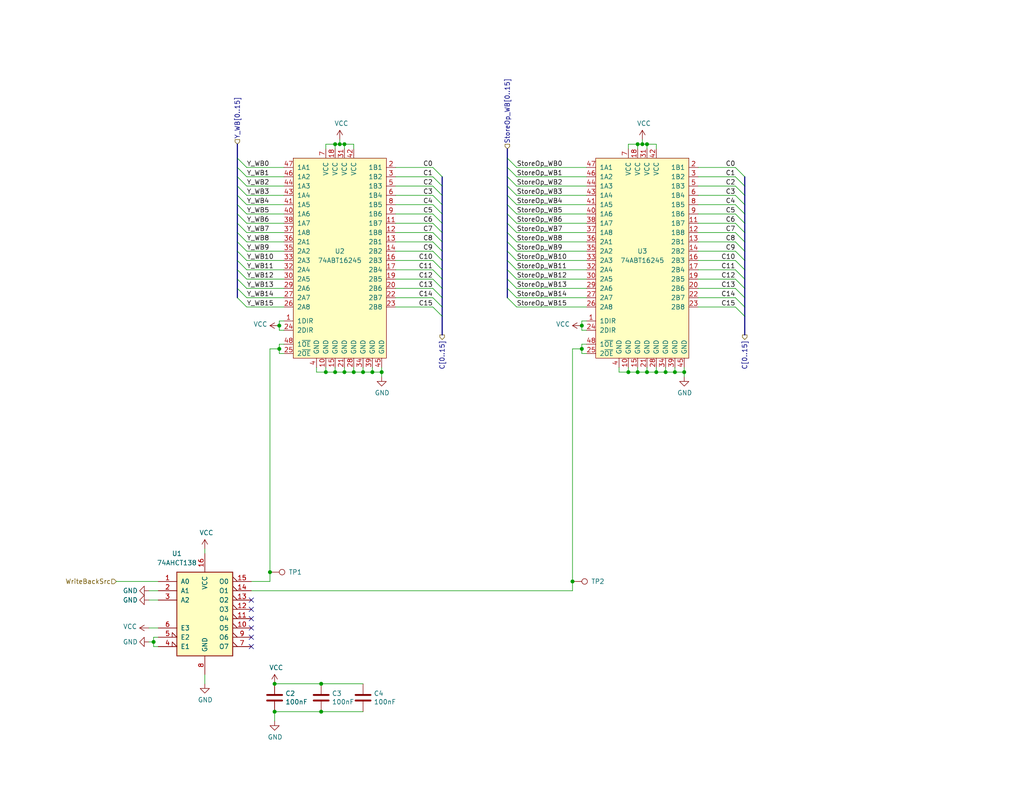
<source format=kicad_sch>
(kicad_sch (version 20230121) (generator eeschema)
  (paper "USLetter")
  (title_block (title "WB: Select Write Back Source") (date "2023-11-05") (rev "B") (comment 2 "or a byte swapped version of the latter.") (comment 3 "It can choose either the ALU result, the store operand / value loaded from peripherals,") (comment 4 "The write back stage can select one of several values to write back to the register file."))
  (lib_symbols
    (symbol "74xx (kicad5):74ABT16245_ab" (pin_names (offset 1.016))
      (property "Reference" "U" (at 0 1.27 0))
      (property "Value" "74ABT16245_ab" (at 0 -1.27 0))
      (symbol "74ABT16245_ab_0_1"
        (rectangle (start -12.7 26.67) (end 12.7 -27.94) (fill (type background)))
      )
      (symbol "74ABT16245_ab_1_1"
        (pin input line (at -15.24 -17.78 0) (length 2.54) (name "1DIR") (number "1"))
        (pin power_in line (at -3.81 -30.48 90) (length 2.54) (name "GND") (number "10"))
        (pin tri_state line (at 15.24 8.89 180) (length 2.54) (name "1B7") (number "11"))
        (pin tri_state line (at 15.24 6.35 180) (length 2.54) (name "1B8") (number "12"))
        (pin tri_state line (at 15.24 3.81 180) (length 2.54) (name "2B1") (number "13"))
        (pin tri_state line (at 15.24 1.27 180) (length 2.54) (name "2B2") (number "14"))
        (pin power_in line (at -1.27 -30.48 90) (length 2.54) (name "GND") (number "15"))
        (pin tri_state line (at 15.24 -1.27 180) (length 2.54) (name "2B3") (number "16"))
        (pin tri_state line (at 15.24 -3.81 180) (length 2.54) (name "2B4") (number "17"))
        (pin power_in line (at -1.27 29.21 270) (length 2.54) (name "VCC") (number "18"))
        (pin tri_state line (at 15.24 -6.35 180) (length 2.54) (name "2B5") (number "19"))
        (pin tri_state line (at 15.24 24.13 180) (length 2.54) (name "1B1") (number "2"))
        (pin tri_state line (at 15.24 -8.89 180) (length 2.54) (name "2B6") (number "20"))
        (pin power_in line (at 1.27 -30.48 90) (length 2.54) (name "GND") (number "21"))
        (pin tri_state line (at 15.24 -11.43 180) (length 2.54) (name "2B7") (number "22"))
        (pin tri_state line (at 15.24 -13.97 180) (length 2.54) (name "2B8") (number "23"))
        (pin input line (at -15.24 -20.32 0) (length 2.54) (name "2DIR") (number "24"))
        (pin input line (at -15.24 -26.67 0) (length 2.54) (name "2~{OE}") (number "25"))
        (pin input line (at -15.24 -13.97 0) (length 2.54) (name "2A8") (number "26"))
        (pin input line (at -15.24 -11.43 0) (length 2.54) (name "2A7") (number "27"))
        (pin power_in line (at 3.81 -30.48 90) (length 2.54) (name "GND") (number "28"))
        (pin input line (at -15.24 -8.89 0) (length 2.54) (name "2A6") (number "29"))
        (pin tri_state line (at 15.24 21.59 180) (length 2.54) (name "1B2") (number "3"))
        (pin input line (at -15.24 -6.35 0) (length 2.54) (name "2A5") (number "30"))
        (pin power_in line (at 1.27 29.21 270) (length 2.54) (name "VCC") (number "31"))
        (pin input line (at -15.24 -3.81 0) (length 2.54) (name "2A4") (number "32"))
        (pin input line (at -15.24 -1.27 0) (length 2.54) (name "2A3") (number "33"))
        (pin power_in line (at 6.35 -30.48 90) (length 2.54) (name "GND") (number "34"))
        (pin input line (at -15.24 1.27 0) (length 2.54) (name "2A2") (number "35"))
        (pin input line (at -15.24 3.81 0) (length 2.54) (name "2A1") (number "36"))
        (pin input line (at -15.24 6.35 0) (length 2.54) (name "1A8") (number "37"))
        (pin input line (at -15.24 8.89 0) (length 2.54) (name "1A7") (number "38"))
        (pin power_in line (at 8.89 -30.48 90) (length 2.54) (name "GND") (number "39"))
        (pin power_in line (at -6.35 -30.48 90) (length 2.54) (name "GND") (number "4"))
        (pin input line (at -15.24 11.43 0) (length 2.54) (name "1A6") (number "40"))
        (pin input line (at -15.24 13.97 0) (length 2.54) (name "1A5") (number "41"))
        (pin power_in line (at 3.81 29.21 270) (length 2.54) (name "VCC") (number "42"))
        (pin input line (at -15.24 16.51 0) (length 2.54) (name "1A4") (number "43"))
        (pin input line (at -15.24 19.05 0) (length 2.54) (name "1A3") (number "44"))
        (pin power_in line (at 11.43 -30.48 90) (length 2.54) (name "GND") (number "45"))
        (pin input line (at -15.24 21.59 0) (length 2.54) (name "1A2") (number "46"))
        (pin input line (at -15.24 24.13 0) (length 2.54) (name "1A1") (number "47"))
        (pin input line (at -15.24 -24.13 0) (length 2.54) (name "1~{OE}") (number "48"))
        (pin tri_state line (at 15.24 19.05 180) (length 2.54) (name "1B3") (number "5"))
        (pin tri_state line (at 15.24 16.51 180) (length 2.54) (name "1B4") (number "6"))
        (pin power_in line (at -3.81 29.21 270) (length 2.54) (name "VCC") (number "7"))
        (pin tri_state line (at 15.24 13.97 180) (length 2.54) (name "1B5") (number "8"))
        (pin tri_state line (at 15.24 11.43 180) (length 2.54) (name "1B6") (number "9"))
      )
    )
    (symbol "74xx:74LS138" (pin_names (offset 1.016))
      (property "Reference" "U" (at -7.62 11.43 0))
      (property "Value" "74LS138" (at -7.62 -13.97 0))
      (symbol "74LS138_1_0"
        (pin input line (at -12.7 7.62 0) (length 5.08) (name "A0") (number "1"))
        (pin output output_low (at 12.7 -5.08 180) (length 5.08) (name "O5") (number "10"))
        (pin output output_low (at 12.7 -2.54 180) (length 5.08) (name "O4") (number "11"))
        (pin output output_low (at 12.7 0 180) (length 5.08) (name "O3") (number "12"))
        (pin output output_low (at 12.7 2.54 180) (length 5.08) (name "O2") (number "13"))
        (pin output output_low (at 12.7 5.08 180) (length 5.08) (name "O1") (number "14"))
        (pin output output_low (at 12.7 7.62 180) (length 5.08) (name "O0") (number "15"))
        (pin power_in line (at 0 15.24 270) (length 5.08) (name "VCC") (number "16"))
        (pin input line (at -12.7 5.08 0) (length 5.08) (name "A1") (number "2"))
        (pin input line (at -12.7 2.54 0) (length 5.08) (name "A2") (number "3"))
        (pin input input_low (at -12.7 -10.16 0) (length 5.08) (name "E1") (number "4"))
        (pin input input_low (at -12.7 -7.62 0) (length 5.08) (name "E2") (number "5"))
        (pin input line (at -12.7 -5.08 0) (length 5.08) (name "E3") (number "6"))
        (pin output output_low (at 12.7 -10.16 180) (length 5.08) (name "O7") (number "7"))
        (pin power_in line (at 0 -17.78 90) (length 5.08) (name "GND") (number "8"))
        (pin output output_low (at 12.7 -7.62 180) (length 5.08) (name "O6") (number "9"))
      )
      (symbol "74LS138_1_1"
        (rectangle (start -7.62 10.16) (end 7.62 -12.7) (stroke (width 0.254)) (fill (type background)))
      )
    )
    (symbol "Connector:TestPoint" (pin_numbers hide) (pin_names (offset 0.762) hide)
      (property "Reference" "TP" (at 0 6.858 0))
      (property "Value" "TestPoint" (at 0 5.08 0))
      (symbol "TestPoint_0_1"
        (circle (center 0 3.302) (radius 0.762))
      )
      (symbol "TestPoint_1_1"
        (pin passive line (at 0 0 90) (length 2.54) (name "1") (number "1"))
      )
    )
    (symbol "Device:C" (pin_numbers hide) (pin_names (offset 0.254))
      (property "Reference" "C" (at 0.635 2.54 0))
      (property "Value" "C" (at 0.635 -2.54 0))
      (symbol "C_0_1"
        (polyline (pts (xy -2.032 -0.762) (xy 2.032 -0.762)) (stroke (width 0.508)))
        (polyline (pts (xy -2.032 0.762) (xy 2.032 0.762)) (stroke (width 0.508)))
      )
      (symbol "C_1_1"
        (pin passive line (at 0 3.81 270) (length 2.794) (name "~") (number "1"))
        (pin passive line (at 0 -3.81 90) (length 2.794) (name "~") (number "2"))
      )
    )
    (symbol "power:GND" (power) (pin_names (offset 0))
      (property "Value" "GND" (at 0 -3.81 0))
      (symbol "GND_0_1"
        (polyline (pts (xy 0 0) (xy 0 -1.27) (xy 1.27 -1.27) (xy 0 -2.54) (xy -1.27 -1.27) (xy 0 -1.27)))
      )
      (symbol "GND_1_1"
        (pin power_in line (at 0 0 270) (length 0) hide (name "GND") (number "1"))
      )
    )
    (symbol "power:VCC" (power) (pin_names (offset 0))
      (property "Value" "VCC" (at 0 3.81 0))
      (symbol "VCC_0_1"
        (polyline (pts (xy -0.762 1.27) (xy 0 2.54)))
        (polyline (pts (xy 0 0) (xy 0 2.54)))
        (polyline (pts (xy 0 2.54) (xy 0.762 1.27)))
      )
      (symbol "VCC_1_1"
        (pin power_in line (at 0 0 90) (length 0) hide (name "VCC") (number "1"))
      )
    )
  )
  (junction (at 74.93 186.69))
  (junction (at 186.69 101.6))
  (junction (at 171.45 101.6))
  (junction (at 74.93 194.31))
  (junction (at 176.53 39.37))
  (junction (at 96.52 101.6))
  (junction (at 87.63 194.31))
  (junction (at 181.61 101.6))
  (junction (at 158.75 95.25))
  (junction (at 104.14 101.6))
  (junction (at 93.98 39.37))
  (junction (at 156.21 158.75))
  (junction (at 92.71 39.37))
  (junction (at 73.66 156.21))
  (junction (at 76.2 95.25))
  (junction (at 93.98 101.6))
  (junction (at 88.9 101.6))
  (junction (at 101.6 101.6))
  (junction (at 184.15 101.6))
  (junction (at 91.44 39.37))
  (junction (at 41.91 175.26))
  (junction (at 91.44 101.6))
  (junction (at 87.63 186.69))
  (junction (at 179.07 101.6))
  (junction (at 173.99 101.6))
  (junction (at 76.2 88.9))
  (junction (at 176.53 101.6))
  (junction (at 175.26 39.37))
  (junction (at 99.06 101.6))
  (junction (at 173.99 39.37))
  (junction (at 158.75 88.9))
  (no_connect (at 68.58 166.37))
  (no_connect (at 68.58 176.53))
  (no_connect (at 68.58 171.45))
  (no_connect (at 68.58 168.91))
  (no_connect (at 68.58 163.83))
  (no_connect (at 68.58 173.99))
  (bus_entry (at 120.65 78.74) (size -2.54 -2.54))
  (bus_entry (at 203.2 50.8) (size -2.54 -2.54))
  (bus_entry (at 120.65 83.82) (size -2.54 -2.54))
  (bus_entry (at 140.97 78.74) (size -2.54 -2.54))
  (bus_entry (at 120.65 68.58) (size -2.54 -2.54))
  (bus_entry (at 140.97 55.88) (size -2.54 -2.54))
  (bus_entry (at 64.77 81.28) (size 2.54 2.54))
  (bus_entry (at 140.97 81.28) (size -2.54 -2.54))
  (bus_entry (at 140.97 63.5) (size -2.54 -2.54))
  (bus_entry (at 203.2 66.04) (size -2.54 -2.54))
  (bus_entry (at 203.2 48.26) (size -2.54 -2.54))
  (bus_entry (at 203.2 63.5) (size -2.54 -2.54))
  (bus_entry (at 203.2 73.66) (size -2.54 -2.54))
  (bus_entry (at 120.65 48.26) (size -2.54 -2.54))
  (bus_entry (at 140.97 58.42) (size -2.54 -2.54))
  (bus_entry (at 140.97 50.8) (size -2.54 -2.54))
  (bus_entry (at 64.77 73.66) (size 2.54 2.54))
  (bus_entry (at 120.65 73.66) (size -2.54 -2.54))
  (bus_entry (at 140.97 68.58) (size -2.54 -2.54))
  (bus_entry (at 140.97 45.72) (size -2.54 -2.54))
  (bus_entry (at 140.97 48.26) (size -2.54 -2.54))
  (bus_entry (at 140.97 60.96) (size -2.54 -2.54))
  (bus_entry (at 120.65 86.36) (size -2.54 -2.54))
  (bus_entry (at 140.97 73.66) (size -2.54 -2.54))
  (bus_entry (at 120.65 58.42) (size -2.54 -2.54))
  (bus_entry (at 64.77 63.5) (size 2.54 2.54))
  (bus_entry (at 64.77 76.2) (size 2.54 2.54))
  (bus_entry (at 140.97 76.2) (size -2.54 -2.54))
  (bus_entry (at 120.65 66.04) (size -2.54 -2.54))
  (bus_entry (at 203.2 81.28) (size -2.54 -2.54))
  (bus_entry (at 203.2 71.12) (size -2.54 -2.54))
  (bus_entry (at 64.77 45.72) (size 2.54 2.54))
  (bus_entry (at 203.2 68.58) (size -2.54 -2.54))
  (bus_entry (at 64.77 66.04) (size 2.54 2.54))
  (bus_entry (at 120.65 81.28) (size -2.54 -2.54))
  (bus_entry (at 203.2 78.74) (size -2.54 -2.54))
  (bus_entry (at 203.2 86.36) (size -2.54 -2.54))
  (bus_entry (at 120.65 76.2) (size -2.54 -2.54))
  (bus_entry (at 64.77 78.74) (size 2.54 2.54))
  (bus_entry (at 120.65 71.12) (size -2.54 -2.54))
  (bus_entry (at 203.2 58.42) (size -2.54 -2.54))
  (bus_entry (at 64.77 68.58) (size 2.54 2.54))
  (bus_entry (at 140.97 53.34) (size -2.54 -2.54))
  (bus_entry (at 203.2 60.96) (size -2.54 -2.54))
  (bus_entry (at 140.97 71.12) (size -2.54 -2.54))
  (bus_entry (at 140.97 66.04) (size -2.54 -2.54))
  (bus_entry (at 64.77 43.18) (size 2.54 2.54))
  (bus_entry (at 203.2 53.34) (size -2.54 -2.54))
  (bus_entry (at 64.77 60.96) (size 2.54 2.54))
  (bus_entry (at 120.65 53.34) (size -2.54 -2.54))
  (bus_entry (at 64.77 50.8) (size 2.54 2.54))
  (bus_entry (at 203.2 55.88) (size -2.54 -2.54))
  (bus_entry (at 203.2 76.2) (size -2.54 -2.54))
  (bus_entry (at 120.65 55.88) (size -2.54 -2.54))
  (bus_entry (at 64.77 71.12) (size 2.54 2.54))
  (bus_entry (at 120.65 50.8) (size -2.54 -2.54))
  (bus_entry (at 120.65 60.96) (size -2.54 -2.54))
  (bus_entry (at 64.77 55.88) (size 2.54 2.54))
  (bus_entry (at 120.65 63.5) (size -2.54 -2.54))
  (bus_entry (at 64.77 48.26) (size 2.54 2.54))
  (bus_entry (at 64.77 58.42) (size 2.54 2.54))
  (bus_entry (at 140.97 83.82) (size -2.54 -2.54))
  (bus_entry (at 203.2 83.82) (size -2.54 -2.54))
  (bus_entry (at 64.77 53.34) (size 2.54 2.54))
  (wire (pts (xy 76.2 95.25) (xy 73.66 95.25)))
  (wire (pts (xy 68.58 161.29) (xy 156.21 161.29)))
  (wire (pts (xy 140.97 48.26) (xy 160.02 48.26)))
  (wire (pts (xy 99.06 101.6) (xy 99.06 100.33)))
  (wire (pts (xy 140.97 53.34) (xy 160.02 53.34)))
  (bus (pts (xy 120.65 83.82) (xy 120.65 86.36)))
  (wire (pts (xy 140.97 73.66) (xy 160.02 73.66)))
  (bus (pts (xy 64.77 43.18) (xy 64.77 45.72)))
  (bus (pts (xy 64.77 63.5) (xy 64.77 66.04)))
  (bus (pts (xy 138.43 63.5) (xy 138.43 66.04)))
  (wire (pts (xy 91.44 101.6) (xy 93.98 101.6)))
  (wire (pts (xy 158.75 93.98) (xy 158.75 95.25)))
  (wire (pts (xy 41.91 175.26) (xy 41.91 176.53)))
  (bus (pts (xy 203.2 86.36) (xy 203.2 91.44)))
  (wire (pts (xy 171.45 39.37) (xy 173.99 39.37)))
  (wire (pts (xy 175.26 39.37) (xy 176.53 39.37)))
  (wire (pts (xy 118.11 60.96) (xy 107.95 60.96)))
  (wire (pts (xy 200.66 60.96) (xy 190.5 60.96)))
  (wire (pts (xy 200.66 66.04) (xy 190.5 66.04)))
  (wire (pts (xy 67.31 76.2) (xy 77.47 76.2)))
  (wire (pts (xy 200.66 68.58) (xy 190.5 68.58)))
  (bus (pts (xy 120.65 48.26) (xy 120.65 50.8)))
  (wire (pts (xy 67.31 81.28) (xy 77.47 81.28)))
  (wire (pts (xy 74.93 196.85) (xy 74.93 194.31)))
  (wire (pts (xy 101.6 101.6) (xy 104.14 101.6)))
  (wire (pts (xy 67.31 83.82) (xy 77.47 83.82)))
  (bus (pts (xy 203.2 53.34) (xy 203.2 55.88)))
  (wire (pts (xy 156.21 95.25) (xy 156.21 158.75)))
  (wire (pts (xy 160.02 93.98) (xy 158.75 93.98)))
  (bus (pts (xy 138.43 45.72) (xy 138.43 48.26)))
  (wire (pts (xy 118.11 58.42) (xy 107.95 58.42)))
  (wire (pts (xy 140.97 76.2) (xy 160.02 76.2)))
  (wire (pts (xy 200.66 45.72) (xy 190.5 45.72)))
  (wire (pts (xy 67.31 48.26) (xy 77.47 48.26)))
  (bus (pts (xy 138.43 78.74) (xy 138.43 81.28)))
  (bus (pts (xy 203.2 48.26) (xy 203.2 50.8)))
  (wire (pts (xy 55.88 149.86) (xy 55.88 151.13)))
  (wire (pts (xy 158.75 90.17) (xy 160.02 90.17)))
  (bus (pts (xy 64.77 50.8) (xy 64.77 53.34)))
  (wire (pts (xy 118.11 71.12) (xy 107.95 71.12)))
  (wire (pts (xy 99.06 101.6) (xy 101.6 101.6)))
  (wire (pts (xy 140.97 68.58) (xy 160.02 68.58)))
  (bus (pts (xy 64.77 78.74) (xy 64.77 81.28)))
  (wire (pts (xy 158.75 88.9) (xy 158.75 90.17)))
  (bus (pts (xy 203.2 78.74) (xy 203.2 81.28)))
  (wire (pts (xy 88.9 101.6) (xy 91.44 101.6)))
  (wire (pts (xy 67.31 66.04) (xy 77.47 66.04)))
  (wire (pts (xy 88.9 39.37) (xy 91.44 39.37)))
  (wire (pts (xy 41.91 173.99) (xy 41.91 175.26)))
  (wire (pts (xy 118.11 66.04) (xy 107.95 66.04)))
  (wire (pts (xy 101.6 101.6) (xy 101.6 100.33)))
  (wire (pts (xy 184.15 101.6) (xy 184.15 100.33)))
  (wire (pts (xy 67.31 73.66) (xy 77.47 73.66)))
  (wire (pts (xy 179.07 101.6) (xy 179.07 100.33)))
  (wire (pts (xy 158.75 95.25) (xy 156.21 95.25)))
  (bus (pts (xy 120.65 86.36) (xy 120.65 91.44)))
  (bus (pts (xy 138.43 66.04) (xy 138.43 68.58)))
  (wire (pts (xy 176.53 40.64) (xy 176.53 39.37)))
  (wire (pts (xy 91.44 39.37) (xy 92.71 39.37)))
  (bus (pts (xy 120.65 53.34) (xy 120.65 55.88)))
  (wire (pts (xy 74.93 186.69) (xy 87.63 186.69)))
  (wire (pts (xy 91.44 40.64) (xy 91.44 39.37)))
  (bus (pts (xy 203.2 60.96) (xy 203.2 63.5)))
  (wire (pts (xy 87.63 186.69) (xy 99.06 186.69)))
  (bus (pts (xy 64.77 66.04) (xy 64.77 68.58)))
  (wire (pts (xy 118.11 63.5) (xy 107.95 63.5)))
  (bus (pts (xy 203.2 68.58) (xy 203.2 71.12)))
  (wire (pts (xy 140.97 50.8) (xy 160.02 50.8)))
  (bus (pts (xy 120.65 81.28) (xy 120.65 83.82)))
  (wire (pts (xy 118.11 81.28) (xy 107.95 81.28)))
  (bus (pts (xy 203.2 55.88) (xy 203.2 58.42)))
  (bus (pts (xy 138.43 60.96) (xy 138.43 63.5)))
  (wire (pts (xy 173.99 40.64) (xy 173.99 39.37)))
  (wire (pts (xy 67.31 78.74) (xy 77.47 78.74)))
  (bus (pts (xy 120.65 73.66) (xy 120.65 76.2)))
  (bus (pts (xy 64.77 73.66) (xy 64.77 76.2)))
  (wire (pts (xy 179.07 39.37) (xy 179.07 40.64)))
  (wire (pts (xy 186.69 101.6) (xy 186.69 100.33)))
  (wire (pts (xy 67.31 63.5) (xy 77.47 63.5)))
  (wire (pts (xy 200.66 81.28) (xy 190.5 81.28)))
  (bus (pts (xy 203.2 81.28) (xy 203.2 83.82)))
  (wire (pts (xy 118.11 68.58) (xy 107.95 68.58)))
  (bus (pts (xy 138.43 53.34) (xy 138.43 55.88)))
  (wire (pts (xy 200.66 63.5) (xy 190.5 63.5)))
  (wire (pts (xy 200.66 48.26) (xy 190.5 48.26)))
  (wire (pts (xy 175.26 38.1) (xy 175.26 39.37)))
  (wire (pts (xy 67.31 50.8) (xy 77.47 50.8)))
  (bus (pts (xy 203.2 50.8) (xy 203.2 53.34)))
  (wire (pts (xy 200.66 53.34) (xy 190.5 53.34)))
  (wire (pts (xy 40.64 171.45) (xy 43.18 171.45)))
  (wire (pts (xy 73.66 156.21) (xy 73.66 158.75)))
  (wire (pts (xy 73.66 158.75) (xy 68.58 158.75)))
  (wire (pts (xy 140.97 71.12) (xy 160.02 71.12)))
  (wire (pts (xy 88.9 100.33) (xy 88.9 101.6)))
  (wire (pts (xy 181.61 101.6) (xy 181.61 100.33)))
  (bus (pts (xy 120.65 71.12) (xy 120.65 73.66)))
  (wire (pts (xy 40.64 161.29) (xy 43.18 161.29)))
  (wire (pts (xy 140.97 81.28) (xy 160.02 81.28)))
  (wire (pts (xy 140.97 60.96) (xy 160.02 60.96)))
  (wire (pts (xy 88.9 40.64) (xy 88.9 39.37)))
  (wire (pts (xy 41.91 176.53) (xy 43.18 176.53)))
  (wire (pts (xy 86.36 101.6) (xy 88.9 101.6)))
  (bus (pts (xy 120.65 55.88) (xy 120.65 58.42)))
  (wire (pts (xy 140.97 58.42) (xy 160.02 58.42)))
  (bus (pts (xy 138.43 43.18) (xy 138.43 45.72)))
  (bus (pts (xy 138.43 55.88) (xy 138.43 58.42)))
  (wire (pts (xy 118.11 50.8) (xy 107.95 50.8)))
  (bus (pts (xy 203.2 71.12) (xy 203.2 73.66)))
  (wire (pts (xy 76.2 90.17) (xy 77.47 90.17)))
  (wire (pts (xy 76.2 96.52) (xy 77.47 96.52)))
  (wire (pts (xy 77.47 87.63) (xy 76.2 87.63)))
  (wire (pts (xy 93.98 40.64) (xy 93.98 39.37)))
  (wire (pts (xy 171.45 100.33) (xy 171.45 101.6)))
  (wire (pts (xy 87.63 194.31) (xy 99.06 194.31)))
  (wire (pts (xy 156.21 158.75) (xy 156.21 161.29)))
  (wire (pts (xy 118.11 83.82) (xy 107.95 83.82)))
  (wire (pts (xy 118.11 55.88) (xy 107.95 55.88)))
  (wire (pts (xy 92.71 39.37) (xy 93.98 39.37)))
  (wire (pts (xy 43.18 173.99) (xy 41.91 173.99)))
  (wire (pts (xy 173.99 101.6) (xy 176.53 101.6)))
  (bus (pts (xy 120.65 63.5) (xy 120.65 66.04)))
  (bus (pts (xy 64.77 76.2) (xy 64.77 78.74)))
  (wire (pts (xy 73.66 95.25) (xy 73.66 156.21)))
  (wire (pts (xy 171.45 101.6) (xy 173.99 101.6)))
  (bus (pts (xy 203.2 76.2) (xy 203.2 78.74)))
  (bus (pts (xy 138.43 68.58) (xy 138.43 71.12)))
  (wire (pts (xy 200.66 55.88) (xy 190.5 55.88)))
  (wire (pts (xy 200.66 78.74) (xy 190.5 78.74)))
  (bus (pts (xy 203.2 58.42) (xy 203.2 60.96)))
  (wire (pts (xy 168.91 101.6) (xy 171.45 101.6)))
  (wire (pts (xy 140.97 83.82) (xy 160.02 83.82)))
  (wire (pts (xy 160.02 87.63) (xy 158.75 87.63)))
  (bus (pts (xy 120.65 78.74) (xy 120.65 81.28)))
  (wire (pts (xy 76.2 87.63) (xy 76.2 88.9)))
  (wire (pts (xy 92.71 38.1) (xy 92.71 39.37)))
  (bus (pts (xy 120.65 50.8) (xy 120.65 53.34)))
  (wire (pts (xy 76.2 95.25) (xy 76.2 96.52)))
  (bus (pts (xy 138.43 71.12) (xy 138.43 73.66)))
  (wire (pts (xy 86.36 100.33) (xy 86.36 101.6)))
  (wire (pts (xy 77.47 93.98) (xy 76.2 93.98)))
  (wire (pts (xy 200.66 83.82) (xy 190.5 83.82)))
  (wire (pts (xy 200.66 73.66) (xy 190.5 73.66)))
  (wire (pts (xy 76.2 93.98) (xy 76.2 95.25)))
  (bus (pts (xy 203.2 63.5) (xy 203.2 66.04)))
  (wire (pts (xy 140.97 45.72) (xy 160.02 45.72)))
  (bus (pts (xy 138.43 73.66) (xy 138.43 76.2)))
  (wire (pts (xy 168.91 100.33) (xy 168.91 101.6)))
  (bus (pts (xy 203.2 83.82) (xy 203.2 86.36)))
  (wire (pts (xy 91.44 100.33) (xy 91.44 101.6)))
  (wire (pts (xy 40.64 163.83) (xy 43.18 163.83)))
  (wire (pts (xy 93.98 101.6) (xy 93.98 100.33)))
  (wire (pts (xy 118.11 53.34) (xy 107.95 53.34)))
  (bus (pts (xy 138.43 76.2) (xy 138.43 78.74)))
  (wire (pts (xy 181.61 101.6) (xy 179.07 101.6)))
  (bus (pts (xy 138.43 40.64) (xy 138.43 43.18)))
  (wire (pts (xy 200.66 76.2) (xy 190.5 76.2)))
  (wire (pts (xy 96.52 101.6) (xy 96.52 100.33)))
  (wire (pts (xy 200.66 58.42) (xy 190.5 58.42)))
  (bus (pts (xy 138.43 48.26) (xy 138.43 50.8)))
  (bus (pts (xy 120.65 60.96) (xy 120.65 63.5)))
  (bus (pts (xy 64.77 60.96) (xy 64.77 63.5)))
  (bus (pts (xy 64.77 53.34) (xy 64.77 55.88)))
  (wire (pts (xy 118.11 45.72) (xy 107.95 45.72)))
  (bus (pts (xy 138.43 50.8) (xy 138.43 53.34)))
  (wire (pts (xy 200.66 71.12) (xy 190.5 71.12)))
  (bus (pts (xy 64.77 39.37) (xy 64.77 43.18)))
  (bus (pts (xy 64.77 55.88) (xy 64.77 58.42)))
  (wire (pts (xy 118.11 76.2) (xy 107.95 76.2)))
  (wire (pts (xy 77.47 45.72) (xy 67.31 45.72)))
  (wire (pts (xy 176.53 39.37) (xy 179.07 39.37)))
  (wire (pts (xy 67.31 55.88) (xy 77.47 55.88)))
  (wire (pts (xy 184.15 101.6) (xy 186.69 101.6)))
  (wire (pts (xy 179.07 101.6) (xy 176.53 101.6)))
  (wire (pts (xy 158.75 95.25) (xy 158.75 96.52)))
  (wire (pts (xy 104.14 101.6) (xy 104.14 100.33)))
  (wire (pts (xy 74.93 194.31) (xy 87.63 194.31)))
  (wire (pts (xy 104.14 102.87) (xy 104.14 101.6)))
  (bus (pts (xy 203.2 73.66) (xy 203.2 76.2)))
  (wire (pts (xy 67.31 60.96) (xy 77.47 60.96)))
  (wire (pts (xy 186.69 102.87) (xy 186.69 101.6)))
  (wire (pts (xy 140.97 55.88) (xy 160.02 55.88)))
  (wire (pts (xy 176.53 101.6) (xy 176.53 100.33)))
  (wire (pts (xy 140.97 78.74) (xy 160.02 78.74)))
  (wire (pts (xy 67.31 71.12) (xy 77.47 71.12)))
  (wire (pts (xy 181.61 101.6) (xy 184.15 101.6)))
  (bus (pts (xy 64.77 48.26) (xy 64.77 50.8)))
  (bus (pts (xy 120.65 66.04) (xy 120.65 68.58)))
  (wire (pts (xy 67.31 53.34) (xy 77.47 53.34)))
  (wire (pts (xy 67.31 58.42) (xy 77.47 58.42)))
  (bus (pts (xy 138.43 58.42) (xy 138.43 60.96)))
  (wire (pts (xy 158.75 87.63) (xy 158.75 88.9)))
  (wire (pts (xy 99.06 101.6) (xy 96.52 101.6)))
  (wire (pts (xy 76.2 88.9) (xy 76.2 90.17)))
  (bus (pts (xy 120.65 58.42) (xy 120.65 60.96)))
  (bus (pts (xy 64.77 71.12) (xy 64.77 73.66)))
  (wire (pts (xy 118.11 78.74) (xy 107.95 78.74)))
  (wire (pts (xy 118.11 73.66) (xy 107.95 73.66)))
  (wire (pts (xy 118.11 48.26) (xy 107.95 48.26)))
  (bus (pts (xy 64.77 45.72) (xy 64.77 48.26)))
  (wire (pts (xy 93.98 39.37) (xy 96.52 39.37)))
  (wire (pts (xy 173.99 100.33) (xy 173.99 101.6)))
  (wire (pts (xy 31.75 158.75) (xy 43.18 158.75)))
  (wire (pts (xy 40.64 175.26) (xy 41.91 175.26)))
  (bus (pts (xy 64.77 58.42) (xy 64.77 60.96)))
  (wire (pts (xy 158.75 96.52) (xy 160.02 96.52)))
  (wire (pts (xy 55.88 184.15) (xy 55.88 186.69)))
  (wire (pts (xy 96.52 39.37) (xy 96.52 40.64)))
  (wire (pts (xy 173.99 39.37) (xy 175.26 39.37)))
  (wire (pts (xy 200.66 50.8) (xy 190.5 50.8)))
  (wire (pts (xy 67.31 68.58) (xy 77.47 68.58)))
  (wire (pts (xy 140.97 66.04) (xy 160.02 66.04)))
  (wire (pts (xy 96.52 101.6) (xy 93.98 101.6)))
  (bus (pts (xy 120.65 68.58) (xy 120.65 71.12)))
  (bus (pts (xy 120.65 76.2) (xy 120.65 78.74)))
  (bus (pts (xy 203.2 66.04) (xy 203.2 68.58)))
  (bus (pts (xy 64.77 68.58) (xy 64.77 71.12)))
  (wire (pts (xy 171.45 40.64) (xy 171.45 39.37)))
  (wire (pts (xy 140.97 63.5) (xy 160.02 63.5)))
  (label "Y_WB15" (at 67.31 83.82 0))
  (label "C4" (at 118.11 55.88 180))
  (label "StoreOp_WB11" (at 140.97 73.66 0))
  (label "Y_WB5" (at 67.31 58.42 0))
  (label "Y_WB9" (at 67.31 68.58 0))
  (label "C2" (at 200.66 50.8 180))
  (label "StoreOp_WB12" (at 140.97 76.2 0))
  (label "Y_WB1" (at 67.31 48.26 0))
  (label "Y_WB11" (at 67.31 73.66 0))
  (label "Y_WB3" (at 67.31 53.34 0))
  (label "StoreOp_WB9" (at 140.97 68.58 0))
  (label "C6" (at 118.11 60.96 180))
  (label "Y_WB12" (at 67.31 76.2 0))
  (label "C13" (at 200.66 78.74 180))
  (label "Y_WB2" (at 67.31 50.8 0))
  (label "C4" (at 200.66 55.88 180))
  (label "C1" (at 200.66 48.26 180))
  (label "C1" (at 118.11 48.26 180))
  (label "Y_WB7" (at 67.31 63.5 0))
  (label "C10" (at 118.11 71.12 180))
  (label "Y_WB8" (at 67.31 66.04 0))
  (label "Y_WB4" (at 67.31 55.88 0))
  (label "StoreOp_WB10" (at 140.97 71.12 0))
  (label "C0" (at 200.66 45.72 180))
  (label "StoreOp_WB5" (at 140.97 58.42 0))
  (label "Y_WB0" (at 67.31 45.72 0))
  (label "StoreOp_WB15" (at 140.97 83.82 0))
  (label "StoreOp_WB8" (at 140.97 66.04 0))
  (label "StoreOp_WB4" (at 140.97 55.88 0))
  (label "StoreOp_WB1" (at 140.97 48.26 0))
  (label "C9" (at 200.66 68.58 180))
  (label "C8" (at 200.66 66.04 180))
  (label "StoreOp_WB6" (at 140.97 60.96 0))
  (label "StoreOp_WB0" (at 140.97 45.72 0))
  (label "Y_WB6" (at 67.31 60.96 0))
  (label "C12" (at 200.66 76.2 180))
  (label "StoreOp_WB13" (at 140.97 78.74 0))
  (label "C11" (at 118.11 73.66 180))
  (label "StoreOp_WB14" (at 140.97 81.28 0))
  (label "C6" (at 200.66 60.96 180))
  (label "C10" (at 200.66 71.12 180))
  (label "Y_WB14" (at 67.31 81.28 0))
  (label "C7" (at 118.11 63.5 180))
  (label "StoreOp_WB2" (at 140.97 50.8 0))
  (label "C14" (at 118.11 81.28 180))
  (label "C15" (at 118.11 83.82 180))
  (label "C3" (at 118.11 53.34 180))
  (label "C5" (at 200.66 58.42 180))
  (label "C8" (at 118.11 66.04 180))
  (label "C2" (at 118.11 50.8 180))
  (label "C12" (at 118.11 76.2 180))
  (label "C15" (at 200.66 83.82 180))
  (label "StoreOp_WB7" (at 140.97 63.5 0))
  (label "C0" (at 118.11 45.72 180))
  (label "C13" (at 118.11 78.74 180))
  (label "C14" (at 200.66 81.28 180))
  (label "C9" (at 118.11 68.58 180))
  (label "Y_WB10" (at 67.31 71.12 0))
  (label "C5" (at 118.11 58.42 180))
  (label "C11" (at 200.66 73.66 180))
  (label "Y_WB13" (at 67.31 78.74 0))
  (label "C3" (at 200.66 53.34 180))
  (label "C7" (at 200.66 63.5 180))
  (label "StoreOp_WB3" (at 140.97 53.34 0))
  (hierarchical_label "Y_WB[0..15]" (shape input) (at 64.77 39.37 90))
  (hierarchical_label "StoreOp_WB[0..15]" (shape input) (at 138.43 40.64 90))
  (hierarchical_label "C[0..15]" (shape output) (at 120.65 91.44 270))
  (hierarchical_label "WriteBackSrc" (shape input) (at 31.75 158.75 180))
  (hierarchical_label "C[0..15]" (shape output) (at 203.2 91.44 270))
  (symbol (lib_id "power:VCC") (at 76.2 88.9 90) (unit 1)
    (property "Reference" "#PWR018" (effects hide))
    (property "Value" "VCC" (at 72.9742 88.519 90) (effects (justify left)))
  )
  (symbol (lib_id "power:GND") (at 40.64 161.29 270) (unit 1)
    (property "Reference" "#PWR010" (effects hide))
    (property "Value" "GND" (at 35.56 161.29 90))
  )
  (symbol (lib_id "Device:C") (at 74.93 190.5 0) (unit 1)
    (property "Reference" "C2" (at 77.851 189.3316 0) (effects (justify left)))
    (property "Value" "100nF" (at 77.851 191.643 0) (effects (justify left)))
    (property "Footprint" "Capacitor_SMD:C_0603_1608Metric_Pad1.08x0.95mm_HandSolder" (effects hide))
    (property "Mouser" "https://www.mouser.com/ProductDetail/963-EMK107B7104KAHT" (effects hide))
  )
  (symbol (lib_id "Device:C") (at 87.63 190.5 0) (unit 1)
    (property "Reference" "C3" (at 90.551 189.3316 0) (effects (justify left)))
    (property "Value" "100nF" (at 90.551 191.643 0) (effects (justify left)))
    (property "Footprint" "Capacitor_SMD:C_0603_1608Metric_Pad1.08x0.95mm_HandSolder" (effects hide))
    (property "Mouser" "https://www.mouser.com/ProductDetail/963-EMK107B7104KAHT" (effects hide))
  )
  (symbol (lib_id "power:VCC") (at 74.93 186.69 0) (unit 1)
    (property "Reference" "#PWR016" (effects hide))
    (property "Value" "VCC" (at 75.3618 182.2958 0))
  )
  (symbol (lib_id "power:GND") (at 74.93 196.85 0) (unit 1)
    (property "Reference" "#PWR017" (effects hide))
    (property "Value" "GND" (at 75.057 201.2442 0))
  )
  (symbol (lib_id "Device:C") (at 99.06 190.5 0) (unit 1)
    (property "Reference" "C4" (at 101.981 189.3316 0) (effects (justify left)))
    (property "Value" "100nF" (at 101.981 191.643 0) (effects (justify left)))
    (property "Footprint" "Capacitor_SMD:C_0603_1608Metric_Pad1.08x0.95mm_HandSolder" (effects hide))
    (property "Mouser" "https://www.mouser.com/ProductDetail/963-EMK107B7104KAHT" (effects hide))
  )
  (symbol (lib_id "power:GND") (at 55.88 186.69 0) (unit 1)
    (property "Reference" "#PWR015" (effects hide))
    (property "Value" "GND" (at 56.007 191.0842 0))
  )
  (symbol (lib_id "power:VCC") (at 55.88 149.86 0) (unit 1)
    (property "Reference" "#PWR014" (effects hide))
    (property "Value" "VCC" (at 56.3118 145.4658 0))
  )
  (symbol (lib_id "power:GND") (at 40.64 163.83 270) (unit 1)
    (property "Reference" "#PWR011" (effects hide))
    (property "Value" "GND" (at 35.56 163.83 90))
  )
  (symbol (lib_id "power:GND") (at 40.64 175.26 270) (unit 1)
    (property "Reference" "#PWR013" (effects hide))
    (property "Value" "GND" (at 35.56 175.26 90))
  )
  (symbol (lib_id "power:VCC") (at 40.64 171.45 90) (unit 1)
    (property "Reference" "#PWR012" (effects hide))
    (property "Value" "VCC" (at 37.4142 171.069 90) (effects (justify left)))
  )
  (symbol (lib_id "power:GND") (at 104.14 102.87 0) (unit 1)
    (property "Reference" "#PWR020" (effects hide))
    (property "Value" "GND" (at 104.267 107.2642 0))
  )
  (symbol (lib_id "power:VCC") (at 92.71 38.1 0) (unit 1)
    (property "Reference" "#PWR019" (effects hide))
    (property "Value" "VCC" (at 93.1418 33.7058 0))
  )
  (symbol (lib_id "74xx (kicad5):74ABT16245_ab") (at 92.71 69.85 0) (unit 1)
    (property "Reference" "U2" (at 92.71 68.58 0))
    (property "Value" "74ABT16245" (at 92.71 71.12 0))
    (property "Footprint" "Package_SO:TSSOP-48_6.1x12.5mm_P0.5mm" (effects hide))
    (property "Datasheet" "https://www.mouser.com/datasheet/2/916/74ABT16245B-1318411.pdf" (effects hide))
    (property "Mouser" "https://www.mouser.com/ProductDetail/Nexperia/74ABT16245BDGG112?qs=odJ8N4Y39o5zEd7Jr9Vumg%3D%3D" (effects hide))
  )
  (symbol (lib_id "power:VCC") (at 158.75 88.9 90) (unit 1)
    (property "Reference" "#PWR021" (effects hide))
    (property "Value" "VCC" (at 155.5242 88.519 90) (effects (justify left)))
  )
  (symbol (lib_id "power:GND") (at 186.69 102.87 0) (unit 1)
    (property "Reference" "#PWR023" (effects hide))
    (property "Value" "GND" (at 186.817 107.2642 0))
  )
  (symbol (lib_id "power:VCC") (at 175.26 38.1 0) (unit 1)
    (property "Reference" "#PWR022" (effects hide))
    (property "Value" "VCC" (at 175.6918 33.7058 0))
  )
  (symbol (lib_id "74xx (kicad5):74ABT16245_ab") (at 175.26 69.85 0) (unit 1)
    (property "Reference" "U3" (at 175.26 68.58 0))
    (property "Value" "74ABT16245" (at 175.26 71.12 0))
    (property "Footprint" "Package_SO:TSSOP-48_6.1x12.5mm_P0.5mm" (effects hide))
    (property "Datasheet" "https://www.mouser.com/datasheet/2/916/74ABT16245B-1318411.pdf" (effects hide))
    (property "Mouser" "https://www.mouser.com/ProductDetail/Nexperia/74ABT16245BDGG112?qs=odJ8N4Y39o5zEd7Jr9Vumg%3D%3D" (effects hide))
  )
  (symbol (lib_id "74xx:74LS138") (at 55.88 166.37 0) (unit 1)
    (property "Reference" "U1" (at 48.26 151.13 0))
    (property "Value" "74AHCT138" (at 48.26 153.67 0))
    (property "Footprint" "Package_SO:TSSOP-16_4.4x5mm_P0.65mm" (effects hide))
    (property "Datasheet" "http://www.ti.com/lit/gpn/sn74LS138" (effects hide))
    (property "Mouser" "https://www.mouser.com/ProductDetail/Texas-Instruments/SN74AHCT138PWR?qs=X1HXWTtiZ0Qe%252BapR8HivMQ%3D%3D" (effects hide))
  )
  (symbol (lib_id "Connector:TestPoint") (at 73.66 156.21 270) (unit 1)
    (property "Reference" "TP1" (at 78.74 156.21 90) (effects (justify left)))
    (property "Value" "TP" (effects hide))
    (property "Footprint" "TestPoint:TestPoint_Pad_D1.0mm" (effects hide))
  )
  (symbol (lib_id "Connector:TestPoint") (at 156.21 158.75 270) (unit 1)
    (property "Reference" "TP2" (at 161.29 158.75 90) (effects (justify left)))
    (property "Value" "TP" (effects hide))
    (property "Footprint" "TestPoint:TestPoint_Pad_D1.0mm" (effects hide))
  )
)
</source>
